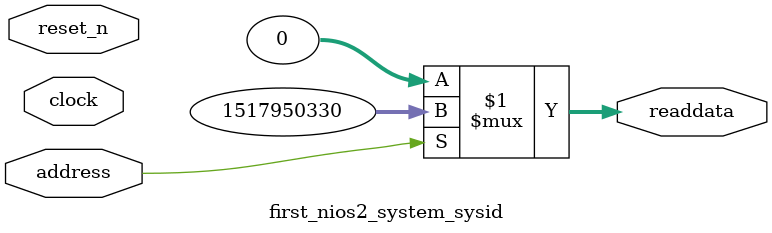
<source format=v>

`timescale 1ns / 1ps
// synthesis translate_on

// turn off superfluous verilog processor warnings 
// altera message_level Level1 
// altera message_off 10034 10035 10036 10037 10230 10240 10030 

module first_nios2_system_sysid (
               // inputs:
                address,
                clock,
                reset_n,

               // outputs:
                readdata
             )
;

  output  [ 31: 0] readdata;
  input            address;
  input            clock;
  input            reset_n;

  wire    [ 31: 0] readdata;
  //control_slave, which is an e_avalon_slave
  assign readdata = address ? 1517950330 : 0;

endmodule




</source>
